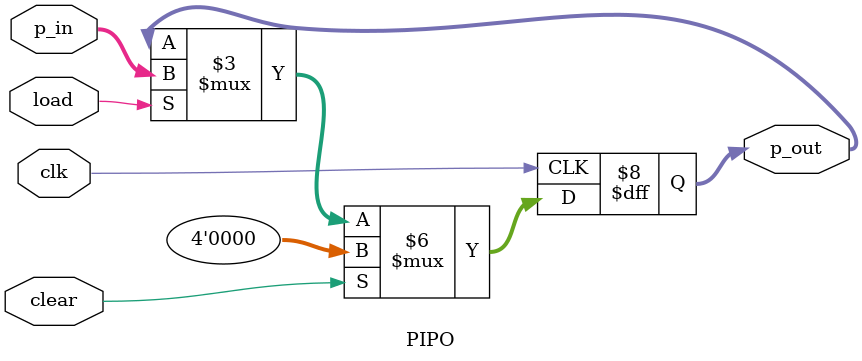
<source format=v>
module PIPO(
    input [3:0]p_in,
    input clear, clk, load,
    output reg [3:0]p_out
    );

    always @(posedge clk)begin
        if (clear)begin
            p_out <= 4'b0;
        end else if (load)begin
            p_out <= p_in;
        end else begin
            p_out <= p_out;
        end
    end
endmodule
</source>
